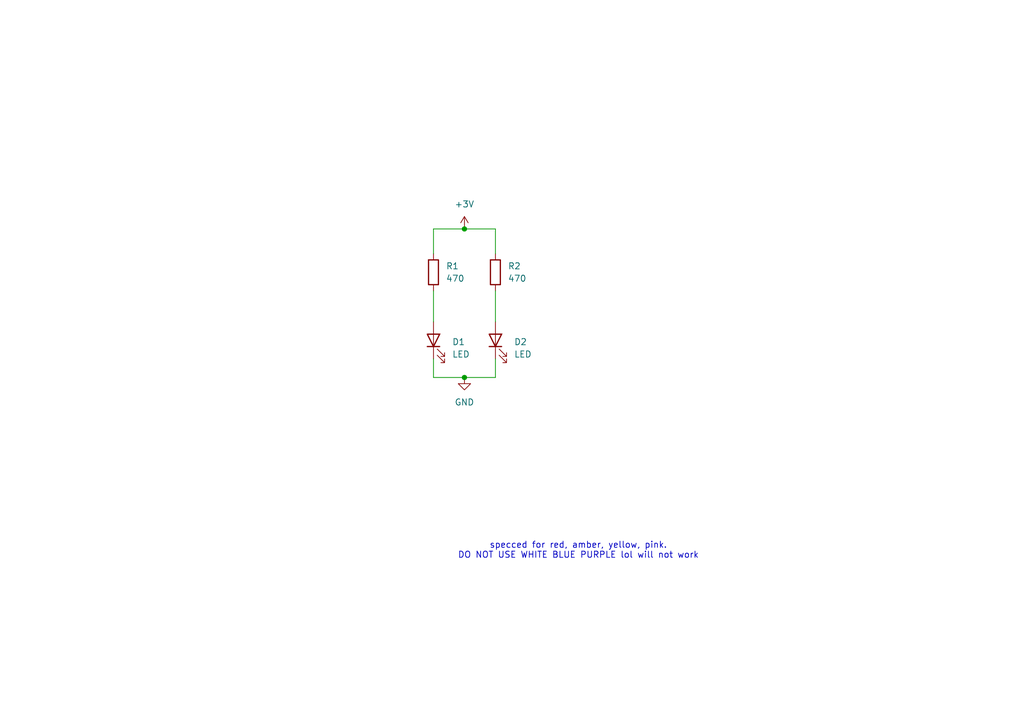
<source format=kicad_sch>
(kicad_sch
	(version 20250114)
	(generator "eeschema")
	(generator_version "9.0")
	(uuid "fd966a96-0f6c-4079-859b-6e085fe6729b")
	(paper "A5")
	(lib_symbols
		(symbol "Device:LED"
			(pin_numbers
				(hide yes)
			)
			(pin_names
				(offset 1.016)
				(hide yes)
			)
			(exclude_from_sim no)
			(in_bom yes)
			(on_board yes)
			(property "Reference" "D"
				(at 0 2.54 0)
				(effects
					(font
						(size 1.27 1.27)
					)
				)
			)
			(property "Value" "LED"
				(at 0 -2.54 0)
				(effects
					(font
						(size 1.27 1.27)
					)
				)
			)
			(property "Footprint" ""
				(at 0 0 0)
				(effects
					(font
						(size 1.27 1.27)
					)
					(hide yes)
				)
			)
			(property "Datasheet" "~"
				(at 0 0 0)
				(effects
					(font
						(size 1.27 1.27)
					)
					(hide yes)
				)
			)
			(property "Description" "Light emitting diode"
				(at 0 0 0)
				(effects
					(font
						(size 1.27 1.27)
					)
					(hide yes)
				)
			)
			(property "Sim.Pins" "1=K 2=A"
				(at 0 0 0)
				(effects
					(font
						(size 1.27 1.27)
					)
					(hide yes)
				)
			)
			(property "ki_keywords" "LED diode"
				(at 0 0 0)
				(effects
					(font
						(size 1.27 1.27)
					)
					(hide yes)
				)
			)
			(property "ki_fp_filters" "LED* LED_SMD:* LED_THT:*"
				(at 0 0 0)
				(effects
					(font
						(size 1.27 1.27)
					)
					(hide yes)
				)
			)
			(symbol "LED_0_1"
				(polyline
					(pts
						(xy -3.048 -0.762) (xy -4.572 -2.286) (xy -3.81 -2.286) (xy -4.572 -2.286) (xy -4.572 -1.524)
					)
					(stroke
						(width 0)
						(type default)
					)
					(fill
						(type none)
					)
				)
				(polyline
					(pts
						(xy -1.778 -0.762) (xy -3.302 -2.286) (xy -2.54 -2.286) (xy -3.302 -2.286) (xy -3.302 -1.524)
					)
					(stroke
						(width 0)
						(type default)
					)
					(fill
						(type none)
					)
				)
				(polyline
					(pts
						(xy -1.27 0) (xy 1.27 0)
					)
					(stroke
						(width 0)
						(type default)
					)
					(fill
						(type none)
					)
				)
				(polyline
					(pts
						(xy -1.27 -1.27) (xy -1.27 1.27)
					)
					(stroke
						(width 0.254)
						(type default)
					)
					(fill
						(type none)
					)
				)
				(polyline
					(pts
						(xy 1.27 -1.27) (xy 1.27 1.27) (xy -1.27 0) (xy 1.27 -1.27)
					)
					(stroke
						(width 0.254)
						(type default)
					)
					(fill
						(type none)
					)
				)
			)
			(symbol "LED_1_1"
				(pin passive line
					(at -3.81 0 0)
					(length 2.54)
					(name "K"
						(effects
							(font
								(size 1.27 1.27)
							)
						)
					)
					(number "1"
						(effects
							(font
								(size 1.27 1.27)
							)
						)
					)
				)
				(pin passive line
					(at 3.81 0 180)
					(length 2.54)
					(name "A"
						(effects
							(font
								(size 1.27 1.27)
							)
						)
					)
					(number "2"
						(effects
							(font
								(size 1.27 1.27)
							)
						)
					)
				)
			)
			(embedded_fonts no)
		)
		(symbol "Device:R"
			(pin_numbers
				(hide yes)
			)
			(pin_names
				(offset 0)
			)
			(exclude_from_sim no)
			(in_bom yes)
			(on_board yes)
			(property "Reference" "R"
				(at 2.032 0 90)
				(effects
					(font
						(size 1.27 1.27)
					)
				)
			)
			(property "Value" "R"
				(at 0 0 90)
				(effects
					(font
						(size 1.27 1.27)
					)
				)
			)
			(property "Footprint" ""
				(at -1.778 0 90)
				(effects
					(font
						(size 1.27 1.27)
					)
					(hide yes)
				)
			)
			(property "Datasheet" "~"
				(at 0 0 0)
				(effects
					(font
						(size 1.27 1.27)
					)
					(hide yes)
				)
			)
			(property "Description" "Resistor"
				(at 0 0 0)
				(effects
					(font
						(size 1.27 1.27)
					)
					(hide yes)
				)
			)
			(property "ki_keywords" "R res resistor"
				(at 0 0 0)
				(effects
					(font
						(size 1.27 1.27)
					)
					(hide yes)
				)
			)
			(property "ki_fp_filters" "R_*"
				(at 0 0 0)
				(effects
					(font
						(size 1.27 1.27)
					)
					(hide yes)
				)
			)
			(symbol "R_0_1"
				(rectangle
					(start -1.016 -2.54)
					(end 1.016 2.54)
					(stroke
						(width 0.254)
						(type default)
					)
					(fill
						(type none)
					)
				)
			)
			(symbol "R_1_1"
				(pin passive line
					(at 0 3.81 270)
					(length 1.27)
					(name "~"
						(effects
							(font
								(size 1.27 1.27)
							)
						)
					)
					(number "1"
						(effects
							(font
								(size 1.27 1.27)
							)
						)
					)
				)
				(pin passive line
					(at 0 -3.81 90)
					(length 1.27)
					(name "~"
						(effects
							(font
								(size 1.27 1.27)
							)
						)
					)
					(number "2"
						(effects
							(font
								(size 1.27 1.27)
							)
						)
					)
				)
			)
			(embedded_fonts no)
		)
		(symbol "power:+3.3V"
			(power)
			(pin_numbers
				(hide yes)
			)
			(pin_names
				(offset 0)
				(hide yes)
			)
			(exclude_from_sim no)
			(in_bom yes)
			(on_board yes)
			(property "Reference" "#PWR"
				(at 0 -3.81 0)
				(effects
					(font
						(size 1.27 1.27)
					)
					(hide yes)
				)
			)
			(property "Value" "+3.3V"
				(at 0 3.556 0)
				(effects
					(font
						(size 1.27 1.27)
					)
				)
			)
			(property "Footprint" ""
				(at 0 0 0)
				(effects
					(font
						(size 1.27 1.27)
					)
					(hide yes)
				)
			)
			(property "Datasheet" ""
				(at 0 0 0)
				(effects
					(font
						(size 1.27 1.27)
					)
					(hide yes)
				)
			)
			(property "Description" "Power symbol creates a global label with name \"+3.3V\""
				(at 0 0 0)
				(effects
					(font
						(size 1.27 1.27)
					)
					(hide yes)
				)
			)
			(property "ki_keywords" "global power"
				(at 0 0 0)
				(effects
					(font
						(size 1.27 1.27)
					)
					(hide yes)
				)
			)
			(symbol "+3.3V_0_1"
				(polyline
					(pts
						(xy -0.762 1.27) (xy 0 2.54)
					)
					(stroke
						(width 0)
						(type default)
					)
					(fill
						(type none)
					)
				)
				(polyline
					(pts
						(xy 0 2.54) (xy 0.762 1.27)
					)
					(stroke
						(width 0)
						(type default)
					)
					(fill
						(type none)
					)
				)
				(polyline
					(pts
						(xy 0 0) (xy 0 2.54)
					)
					(stroke
						(width 0)
						(type default)
					)
					(fill
						(type none)
					)
				)
			)
			(symbol "+3.3V_1_1"
				(pin power_in line
					(at 0 0 90)
					(length 0)
					(name "~"
						(effects
							(font
								(size 1.27 1.27)
							)
						)
					)
					(number "1"
						(effects
							(font
								(size 1.27 1.27)
							)
						)
					)
				)
			)
			(embedded_fonts no)
		)
		(symbol "power:GND"
			(power)
			(pin_numbers
				(hide yes)
			)
			(pin_names
				(offset 0)
				(hide yes)
			)
			(exclude_from_sim no)
			(in_bom yes)
			(on_board yes)
			(property "Reference" "#PWR"
				(at 0 -6.35 0)
				(effects
					(font
						(size 1.27 1.27)
					)
					(hide yes)
				)
			)
			(property "Value" "GND"
				(at 0 -3.81 0)
				(effects
					(font
						(size 1.27 1.27)
					)
				)
			)
			(property "Footprint" ""
				(at 0 0 0)
				(effects
					(font
						(size 1.27 1.27)
					)
					(hide yes)
				)
			)
			(property "Datasheet" ""
				(at 0 0 0)
				(effects
					(font
						(size 1.27 1.27)
					)
					(hide yes)
				)
			)
			(property "Description" "Power symbol creates a global label with name \"GND\" , ground"
				(at 0 0 0)
				(effects
					(font
						(size 1.27 1.27)
					)
					(hide yes)
				)
			)
			(property "ki_keywords" "global power"
				(at 0 0 0)
				(effects
					(font
						(size 1.27 1.27)
					)
					(hide yes)
				)
			)
			(symbol "GND_0_1"
				(polyline
					(pts
						(xy 0 0) (xy 0 -1.27) (xy 1.27 -1.27) (xy 0 -2.54) (xy -1.27 -1.27) (xy 0 -1.27)
					)
					(stroke
						(width 0)
						(type default)
					)
					(fill
						(type none)
					)
				)
			)
			(symbol "GND_1_1"
				(pin power_in line
					(at 0 0 270)
					(length 0)
					(name "~"
						(effects
							(font
								(size 1.27 1.27)
							)
						)
					)
					(number "1"
						(effects
							(font
								(size 1.27 1.27)
							)
						)
					)
				)
			)
			(embedded_fonts no)
		)
	)
	(text "specced for red, amber, yellow, pink.\nDO NOT USE WHITE BLUE PURPLE lol will not work\n"
		(exclude_from_sim no)
		(at 118.618 113.03 0)
		(effects
			(font
				(size 1.27 1.27)
			)
		)
		(uuid "39a4d320-4802-4f71-8cd7-41aeb1738ffe")
	)
	(junction
		(at 95.25 46.99)
		(diameter 0)
		(color 0 0 0 0)
		(uuid "8b551aa4-0a41-4558-bd35-3c22f8a60e5b")
	)
	(junction
		(at 95.25 77.47)
		(diameter 0)
		(color 0 0 0 0)
		(uuid "c7de8957-14ba-4963-ae6f-81d82661b226")
	)
	(wire
		(pts
			(xy 88.9 52.07) (xy 88.9 46.99)
		)
		(stroke
			(width 0)
			(type default)
		)
		(uuid "2651ee13-adcc-4e12-a0b0-102ba4747fd6")
	)
	(wire
		(pts
			(xy 88.9 73.66) (xy 88.9 77.47)
		)
		(stroke
			(width 0)
			(type default)
		)
		(uuid "298ffd02-0c1b-42df-9d2e-f78ca2706be7")
	)
	(wire
		(pts
			(xy 101.6 59.69) (xy 101.6 66.04)
		)
		(stroke
			(width 0)
			(type default)
		)
		(uuid "44f8ce3c-b00f-4c6c-b3fa-51a0e3ca3394")
	)
	(wire
		(pts
			(xy 101.6 46.99) (xy 101.6 52.07)
		)
		(stroke
			(width 0)
			(type default)
		)
		(uuid "453f0d98-0ff2-4877-ab71-321ce45d2394")
	)
	(wire
		(pts
			(xy 101.6 77.47) (xy 101.6 73.66)
		)
		(stroke
			(width 0)
			(type default)
		)
		(uuid "6a022261-31fe-4f95-9978-5da8d79f5014")
	)
	(wire
		(pts
			(xy 88.9 77.47) (xy 95.25 77.47)
		)
		(stroke
			(width 0)
			(type default)
		)
		(uuid "83bb5850-a22c-464f-ac34-9315ac73ef4d")
	)
	(wire
		(pts
			(xy 95.25 77.47) (xy 101.6 77.47)
		)
		(stroke
			(width 0)
			(type default)
		)
		(uuid "9316e27b-d0ae-4355-8ce1-a3b6916028c2")
	)
	(wire
		(pts
			(xy 88.9 59.69) (xy 88.9 66.04)
		)
		(stroke
			(width 0)
			(type default)
		)
		(uuid "a1054979-2ba7-49bd-a2d6-2b743959e311")
	)
	(wire
		(pts
			(xy 88.9 46.99) (xy 95.25 46.99)
		)
		(stroke
			(width 0)
			(type default)
		)
		(uuid "b9c9e9a3-74e9-483b-8031-043a13f39de2")
	)
	(wire
		(pts
			(xy 95.25 46.99) (xy 101.6 46.99)
		)
		(stroke
			(width 0)
			(type default)
		)
		(uuid "e6f43abb-4424-4ec7-8b19-b50fbf604603")
	)
	(symbol
		(lib_id "Device:LED")
		(at 101.6 69.85 90)
		(unit 1)
		(exclude_from_sim no)
		(in_bom yes)
		(on_board yes)
		(dnp no)
		(fields_autoplaced yes)
		(uuid "2dafe188-5f8a-4795-a2ec-ba54b90ba62b")
		(property "Reference" "D2"
			(at 105.41 70.1674 90)
			(effects
				(font
					(size 1.27 1.27)
				)
				(justify right)
			)
		)
		(property "Value" "LED"
			(at 105.41 72.7074 90)
			(effects
				(font
					(size 1.27 1.27)
				)
				(justify right)
			)
		)
		(property "Footprint" "LED_SMD:LED_0805_2012Metric_Pad1.15x1.40mm_HandSolder"
			(at 101.6 69.85 0)
			(effects
				(font
					(size 1.27 1.27)
				)
				(hide yes)
			)
		)
		(property "Datasheet" "~"
			(at 101.6 69.85 0)
			(effects
				(font
					(size 1.27 1.27)
				)
				(hide yes)
			)
		)
		(property "Description" "Light emitting diode"
			(at 101.6 69.85 0)
			(effects
				(font
					(size 1.27 1.27)
				)
				(hide yes)
			)
		)
		(property "Sim.Pins" "1=K 2=A"
			(at 101.6 69.85 0)
			(effects
				(font
					(size 1.27 1.27)
				)
				(hide yes)
			)
		)
		(pin "2"
			(uuid "39db8cae-e964-462f-bb6c-ddd045a6706a")
		)
		(pin "1"
			(uuid "4fd87ccb-a095-4cb9-ab8c-571955e725b0")
		)
		(instances
			(project "flex_petals"
				(path "/fd966a96-0f6c-4079-859b-6e085fe6729b"
					(reference "D2")
					(unit 1)
				)
			)
		)
	)
	(symbol
		(lib_id "Device:R")
		(at 101.6 55.88 0)
		(unit 1)
		(exclude_from_sim no)
		(in_bom yes)
		(on_board yes)
		(dnp no)
		(fields_autoplaced yes)
		(uuid "4358b1a6-2430-47ab-bbac-ffbcd60e54ea")
		(property "Reference" "R2"
			(at 104.14 54.6099 0)
			(effects
				(font
					(size 1.27 1.27)
				)
				(justify left)
			)
		)
		(property "Value" "470"
			(at 104.14 57.1499 0)
			(effects
				(font
					(size 1.27 1.27)
				)
				(justify left)
			)
		)
		(property "Footprint" "Resistor_SMD:R_0805_2012Metric_Pad1.20x1.40mm_HandSolder"
			(at 99.822 55.88 90)
			(effects
				(font
					(size 1.27 1.27)
				)
				(hide yes)
			)
		)
		(property "Datasheet" "~"
			(at 101.6 55.88 0)
			(effects
				(font
					(size 1.27 1.27)
				)
				(hide yes)
			)
		)
		(property "Description" "Resistor"
			(at 101.6 55.88 0)
			(effects
				(font
					(size 1.27 1.27)
				)
				(hide yes)
			)
		)
		(pin "1"
			(uuid "3bbbee93-b07c-4651-8b19-6aaa67b57209")
		)
		(pin "2"
			(uuid "f13092a7-dc9c-4c34-80ac-9bf35dbb3754")
		)
		(instances
			(project "flex_petals"
				(path "/fd966a96-0f6c-4079-859b-6e085fe6729b"
					(reference "R2")
					(unit 1)
				)
			)
		)
	)
	(symbol
		(lib_id "Device:R")
		(at 88.9 55.88 0)
		(unit 1)
		(exclude_from_sim no)
		(in_bom yes)
		(on_board yes)
		(dnp no)
		(fields_autoplaced yes)
		(uuid "6e41c628-85fa-4c0b-9726-00454f72eb42")
		(property "Reference" "R1"
			(at 91.44 54.6099 0)
			(effects
				(font
					(size 1.27 1.27)
				)
				(justify left)
			)
		)
		(property "Value" "470"
			(at 91.44 57.1499 0)
			(effects
				(font
					(size 1.27 1.27)
				)
				(justify left)
			)
		)
		(property "Footprint" "Resistor_SMD:R_0805_2012Metric_Pad1.20x1.40mm_HandSolder"
			(at 87.122 55.88 90)
			(effects
				(font
					(size 1.27 1.27)
				)
				(hide yes)
			)
		)
		(property "Datasheet" "~"
			(at 88.9 55.88 0)
			(effects
				(font
					(size 1.27 1.27)
				)
				(hide yes)
			)
		)
		(property "Description" "Resistor"
			(at 88.9 55.88 0)
			(effects
				(font
					(size 1.27 1.27)
				)
				(hide yes)
			)
		)
		(pin "1"
			(uuid "5889432b-10d5-4e92-8cf8-67b170d8bae1")
		)
		(pin "2"
			(uuid "bf1fc1ad-4735-4373-a057-6bc2690da017")
		)
		(instances
			(project ""
				(path "/fd966a96-0f6c-4079-859b-6e085fe6729b"
					(reference "R1")
					(unit 1)
				)
			)
		)
	)
	(symbol
		(lib_id "power:+3.3V")
		(at 95.25 46.99 0)
		(unit 1)
		(exclude_from_sim no)
		(in_bom yes)
		(on_board yes)
		(dnp no)
		(fields_autoplaced yes)
		(uuid "6fe20596-1379-4256-b74d-555704bc63bb")
		(property "Reference" "#PWR01"
			(at 95.25 50.8 0)
			(effects
				(font
					(size 1.27 1.27)
				)
				(hide yes)
			)
		)
		(property "Value" "+3V"
			(at 95.25 41.91 0)
			(effects
				(font
					(size 1.27 1.27)
				)
			)
		)
		(property "Footprint" ""
			(at 95.25 46.99 0)
			(effects
				(font
					(size 1.27 1.27)
				)
				(hide yes)
			)
		)
		(property "Datasheet" ""
			(at 95.25 46.99 0)
			(effects
				(font
					(size 1.27 1.27)
				)
				(hide yes)
			)
		)
		(property "Description" "Power symbol creates a global label with name \"+3.3V\""
			(at 95.25 46.99 0)
			(effects
				(font
					(size 1.27 1.27)
				)
				(hide yes)
			)
		)
		(pin "1"
			(uuid "e90dd5b0-967c-49c1-8314-a5cb72a94983")
		)
		(instances
			(project ""
				(path "/fd966a96-0f6c-4079-859b-6e085fe6729b"
					(reference "#PWR01")
					(unit 1)
				)
			)
		)
	)
	(symbol
		(lib_id "power:GND")
		(at 95.25 77.47 0)
		(unit 1)
		(exclude_from_sim no)
		(in_bom yes)
		(on_board yes)
		(dnp no)
		(fields_autoplaced yes)
		(uuid "b2332f68-5b40-41f2-9780-0e6bacbc2608")
		(property "Reference" "#PWR02"
			(at 95.25 83.82 0)
			(effects
				(font
					(size 1.27 1.27)
				)
				(hide yes)
			)
		)
		(property "Value" "GND"
			(at 95.25 82.55 0)
			(effects
				(font
					(size 1.27 1.27)
				)
			)
		)
		(property "Footprint" ""
			(at 95.25 77.47 0)
			(effects
				(font
					(size 1.27 1.27)
				)
				(hide yes)
			)
		)
		(property "Datasheet" ""
			(at 95.25 77.47 0)
			(effects
				(font
					(size 1.27 1.27)
				)
				(hide yes)
			)
		)
		(property "Description" "Power symbol creates a global label with name \"GND\" , ground"
			(at 95.25 77.47 0)
			(effects
				(font
					(size 1.27 1.27)
				)
				(hide yes)
			)
		)
		(pin "1"
			(uuid "f3c08283-dfb4-45c5-a7f8-1db37e152d70")
		)
		(instances
			(project "flex_petals"
				(path "/fd966a96-0f6c-4079-859b-6e085fe6729b"
					(reference "#PWR02")
					(unit 1)
				)
			)
		)
	)
	(symbol
		(lib_id "Device:LED")
		(at 88.9 69.85 90)
		(unit 1)
		(exclude_from_sim no)
		(in_bom yes)
		(on_board yes)
		(dnp no)
		(fields_autoplaced yes)
		(uuid "ffe99730-0356-4b96-9d6e-2f9ee06040a5")
		(property "Reference" "D1"
			(at 92.71 70.1674 90)
			(effects
				(font
					(size 1.27 1.27)
				)
				(justify right)
			)
		)
		(property "Value" "LED"
			(at 92.71 72.7074 90)
			(effects
				(font
					(size 1.27 1.27)
				)
				(justify right)
			)
		)
		(property "Footprint" "LED_SMD:LED_0805_2012Metric_Pad1.15x1.40mm_HandSolder"
			(at 88.9 69.85 0)
			(effects
				(font
					(size 1.27 1.27)
				)
				(hide yes)
			)
		)
		(property "Datasheet" "~"
			(at 88.9 69.85 0)
			(effects
				(font
					(size 1.27 1.27)
				)
				(hide yes)
			)
		)
		(property "Description" "Light emitting diode"
			(at 88.9 69.85 0)
			(effects
				(font
					(size 1.27 1.27)
				)
				(hide yes)
			)
		)
		(property "Sim.Pins" "1=K 2=A"
			(at 88.9 69.85 0)
			(effects
				(font
					(size 1.27 1.27)
				)
				(hide yes)
			)
		)
		(pin "2"
			(uuid "222db2d3-02ba-4eca-b5a9-99657f733b5e")
		)
		(pin "1"
			(uuid "3e5ec885-af3f-400b-b029-6930ea05463e")
		)
		(instances
			(project ""
				(path "/fd966a96-0f6c-4079-859b-6e085fe6729b"
					(reference "D1")
					(unit 1)
				)
			)
		)
	)
	(sheet_instances
		(path "/"
			(page "1")
		)
	)
	(embedded_fonts no)
)

</source>
